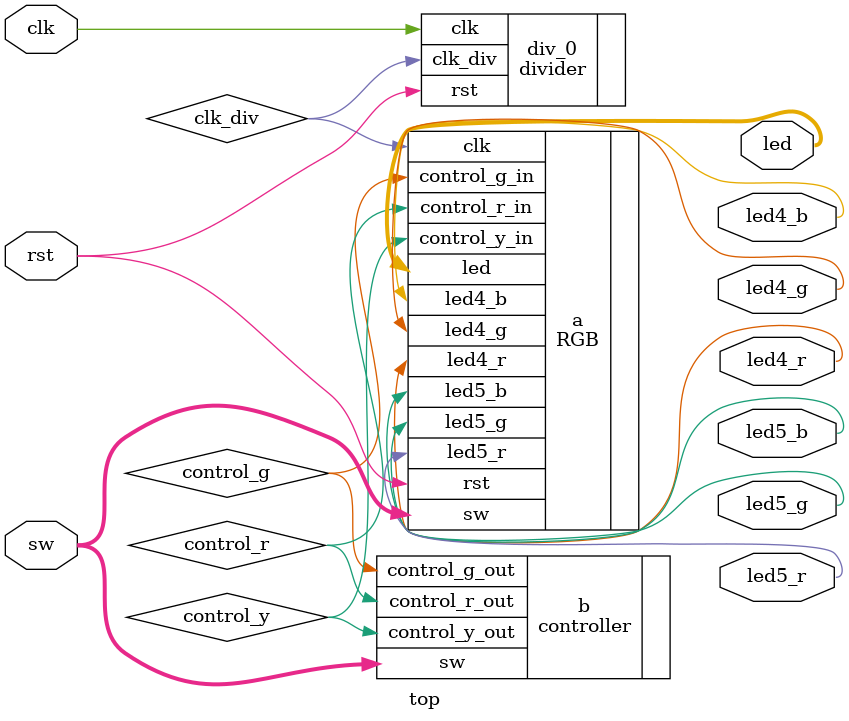
<source format=v>
module top(
    input   clk   ,
    input   rst   ,
    input   [1:0] sw  ,
    output  led4_b,led4_r,led4_g,led5_b,led5_r,led5_g,
    output  [3:0] led
    );
    
    wire    clk_div ;
    wire    control_r,control_g,control_y;
    
    controller b(
    .sw (sw),
    .control_r_out (control_r) ,
    .control_y_out (control_y),
    .control_g_out (control_g)
    );
    
    RGB a(
    .clk    (clk_div),
    .rst    (rst),
    .sw (sw),
    .control_r_in (control_r),
    .control_y_in (control_y),
    .control_g_in (control_g),
    .led4_b (led4_b),
    .led4_r (led4_r),
    .led4_g (led4_g),
    .led5_b (led5_b),
    .led5_r (led5_r),
    .led5_g (led5_g),
    .led (led)
    );
    
   
    divider div_0(
    .clk    (clk),
    .rst    (rst),
    .clk_div    (clk_div)
    );
    
    
endmodule

</source>
